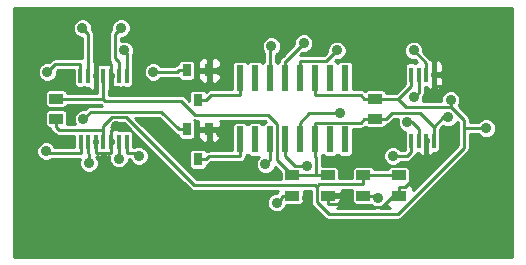
<source format=gtl>
G04 (created by PCBNEW (2013-07-07 BZR 4022)-stable) date 2014-07-07 10:16:25 AM*
%MOIN*%
G04 Gerber Fmt 3.4, Leading zero omitted, Abs format*
%FSLAX34Y34*%
G01*
G70*
G90*
G04 APERTURE LIST*
%ADD10C,0.00590551*%
%ADD11R,0.0118X0.0512*%
%ADD12R,0.0276X0.0394*%
%ADD13R,0.0236X0.0866*%
%ADD14R,0.045X0.032*%
%ADD15C,0.035*%
%ADD16C,0.01*%
G04 APERTURE END LIST*
G54D10*
G54D11*
X34663Y-44367D03*
X34913Y-44367D03*
X35173Y-44367D03*
X35423Y-44367D03*
X35423Y-42167D03*
X35168Y-42167D03*
X34913Y-42167D03*
X34658Y-42167D03*
G54D12*
X27559Y-44988D03*
X27184Y-43988D03*
X27934Y-43988D03*
X27559Y-43019D03*
X27184Y-42019D03*
X27934Y-42019D03*
G54D13*
X28958Y-44330D03*
X29458Y-44330D03*
X29958Y-44330D03*
X30458Y-44330D03*
X30958Y-44330D03*
X31458Y-44330D03*
X31958Y-44330D03*
X32458Y-44330D03*
X32458Y-42284D03*
X31958Y-42284D03*
X31458Y-42284D03*
X30958Y-42284D03*
X30458Y-42284D03*
X29958Y-42284D03*
X29458Y-42284D03*
X28958Y-42284D03*
G54D14*
X33464Y-42972D03*
X33464Y-43642D03*
X31889Y-46201D03*
X31889Y-45531D03*
X34251Y-45531D03*
X34251Y-46201D03*
X33070Y-45531D03*
X33070Y-46201D03*
X30708Y-45531D03*
X30708Y-46201D03*
X22834Y-43642D03*
X22834Y-42972D03*
G54D11*
X23649Y-44407D03*
X23899Y-44407D03*
X24159Y-44407D03*
X24409Y-44407D03*
X24669Y-44407D03*
X24924Y-44407D03*
X25179Y-44407D03*
X25179Y-42207D03*
X24924Y-42207D03*
X24669Y-42207D03*
X24409Y-42207D03*
X24154Y-42207D03*
X23899Y-42207D03*
X23644Y-42207D03*
G54D15*
X35983Y-43019D03*
X37171Y-43957D03*
X35907Y-43593D03*
X31200Y-46299D03*
X27086Y-44822D03*
X28464Y-46338D03*
X33484Y-40610D03*
X31161Y-40629D03*
X28334Y-42044D03*
X32381Y-46491D03*
X24835Y-43894D03*
X24905Y-42721D03*
X28332Y-44118D03*
X34748Y-42932D03*
X25000Y-40609D03*
X25108Y-41365D03*
X30183Y-46440D03*
X33554Y-46287D03*
X23710Y-40620D03*
X32283Y-43453D03*
X31179Y-45224D03*
X29811Y-45157D03*
X26073Y-42076D03*
X23924Y-45122D03*
X22540Y-42083D03*
X22502Y-44724D03*
X32193Y-41365D03*
X24924Y-44972D03*
X25590Y-44881D03*
X34055Y-44881D03*
X34541Y-43761D03*
X34749Y-41365D03*
X30005Y-41220D03*
X31081Y-41121D03*
X23743Y-43654D03*
G54D16*
X24409Y-44407D02*
X24409Y-44020D01*
X24409Y-43881D02*
X24409Y-44020D01*
X24707Y-43583D02*
X24409Y-43881D01*
X25162Y-43583D02*
X24707Y-43583D01*
X27436Y-45857D02*
X25162Y-43583D01*
X31465Y-45857D02*
X27436Y-45857D01*
X31519Y-45911D02*
X31465Y-45857D01*
X33464Y-42972D02*
X33464Y-42972D01*
X33464Y-42972D02*
X33464Y-42972D01*
X33070Y-45821D02*
X33070Y-45531D01*
X31608Y-45821D02*
X33070Y-45821D01*
X31519Y-45911D02*
X31608Y-45821D01*
X22923Y-44020D02*
X24409Y-44020D01*
X22834Y-43932D02*
X22923Y-44020D01*
X22834Y-43642D02*
X22834Y-43932D01*
X22834Y-43642D02*
X22834Y-43642D01*
X33464Y-42972D02*
X33464Y-42972D01*
X33464Y-42972D02*
X33464Y-42972D01*
X33070Y-45531D02*
X34251Y-45531D01*
X33070Y-45531D02*
X33070Y-45531D01*
X34251Y-45531D02*
X34251Y-45531D01*
X31458Y-42847D02*
X31458Y-42284D01*
X32984Y-42847D02*
X31458Y-42847D01*
X33109Y-42972D02*
X32984Y-42847D01*
X33464Y-42972D02*
X33109Y-42972D01*
X31458Y-42284D02*
X31458Y-42284D01*
X31519Y-46403D02*
X31519Y-45911D01*
X31918Y-46802D02*
X31519Y-46403D01*
X34221Y-46802D02*
X31918Y-46802D01*
X34239Y-42972D02*
X34218Y-42972D01*
X34658Y-42553D02*
X34239Y-42972D01*
X34658Y-42167D02*
X34658Y-42553D01*
X34218Y-42972D02*
X33464Y-42972D01*
X35983Y-43245D02*
X35983Y-43019D01*
X34491Y-43245D02*
X34218Y-42972D01*
X35983Y-43245D02*
X34491Y-43245D01*
X36413Y-43957D02*
X37171Y-43957D01*
X36413Y-44610D02*
X36413Y-43957D01*
X34221Y-46802D02*
X36413Y-44610D01*
X35991Y-43245D02*
X35983Y-43245D01*
X36413Y-43668D02*
X35991Y-43245D01*
X36413Y-43957D02*
X36413Y-43668D01*
X31889Y-45531D02*
X31506Y-45531D01*
X24409Y-42207D02*
X24409Y-42972D01*
X31458Y-44893D02*
X31458Y-44330D01*
X31506Y-44940D02*
X31458Y-44893D01*
X31506Y-45531D02*
X31506Y-44940D01*
X24409Y-42972D02*
X22834Y-42972D01*
X22834Y-42972D02*
X22834Y-42972D01*
X30708Y-45531D02*
X30708Y-45531D01*
X30206Y-45029D02*
X30708Y-45531D01*
X30206Y-43826D02*
X30206Y-45029D01*
X29881Y-43501D02*
X30206Y-43826D01*
X27452Y-43501D02*
X29881Y-43501D01*
X26984Y-43033D02*
X27452Y-43501D01*
X24470Y-43033D02*
X26984Y-43033D01*
X24409Y-42972D02*
X24470Y-43033D01*
X30708Y-45531D02*
X31506Y-45531D01*
X31889Y-45531D02*
X31889Y-45531D01*
X33464Y-43642D02*
X33464Y-43642D01*
X33109Y-43642D02*
X33464Y-43642D01*
X32984Y-43766D02*
X33109Y-43642D01*
X31458Y-43766D02*
X32984Y-43766D01*
X31458Y-44330D02*
X31458Y-43766D01*
X35736Y-43593D02*
X35423Y-43906D01*
X35907Y-43593D02*
X35736Y-43593D01*
X34953Y-43436D02*
X35423Y-43906D01*
X34025Y-43436D02*
X34953Y-43436D01*
X33819Y-43642D02*
X34025Y-43436D01*
X33464Y-43642D02*
X33819Y-43642D01*
X35423Y-43906D02*
X35423Y-44367D01*
X28227Y-42044D02*
X28334Y-42044D01*
X28202Y-42019D02*
X28227Y-42044D01*
X27934Y-42019D02*
X28202Y-42019D01*
X24669Y-44793D02*
X24669Y-44407D01*
X24159Y-44793D02*
X24669Y-44793D01*
X24159Y-44407D02*
X24159Y-44793D01*
X31889Y-46491D02*
X31889Y-46201D01*
X32381Y-46491D02*
X31889Y-46491D01*
X24154Y-41820D02*
X24154Y-42207D01*
X24669Y-41820D02*
X24154Y-41820D01*
X24669Y-42207D02*
X24669Y-41820D01*
X24669Y-44020D02*
X24669Y-44407D01*
X24708Y-44020D02*
X24669Y-44020D01*
X24835Y-43894D02*
X24708Y-44020D01*
X34251Y-46201D02*
X34251Y-46201D01*
X34074Y-46201D02*
X34251Y-46201D01*
X33682Y-46592D02*
X34074Y-46201D01*
X32483Y-46592D02*
X33682Y-46592D01*
X32381Y-46491D02*
X32483Y-46592D01*
X35173Y-45207D02*
X35173Y-44367D01*
X34469Y-45911D02*
X35173Y-45207D01*
X34251Y-45911D02*
X34469Y-45911D01*
X34251Y-46201D02*
X34251Y-45911D01*
X24669Y-42593D02*
X24669Y-42207D01*
X24777Y-42593D02*
X24669Y-42593D01*
X24905Y-42721D02*
X24777Y-42593D01*
X28202Y-43988D02*
X27934Y-43988D01*
X28332Y-44118D02*
X28202Y-43988D01*
X35423Y-42553D02*
X35423Y-42167D01*
X35720Y-42553D02*
X35423Y-42553D01*
X34913Y-42768D02*
X34748Y-42932D01*
X34913Y-42167D02*
X34913Y-42768D01*
X24793Y-40816D02*
X25000Y-40609D01*
X24793Y-41605D02*
X24793Y-40816D01*
X24924Y-41736D02*
X24793Y-41605D01*
X24924Y-42207D02*
X24924Y-41736D01*
X25179Y-41436D02*
X25108Y-41365D01*
X25179Y-42207D02*
X25179Y-41436D01*
X30353Y-46201D02*
X30708Y-46201D01*
X30353Y-46270D02*
X30353Y-46201D01*
X30183Y-46440D02*
X30353Y-46270D01*
X30708Y-46201D02*
X30708Y-46201D01*
X33425Y-46201D02*
X33070Y-46201D01*
X33512Y-46287D02*
X33425Y-46201D01*
X33554Y-46287D02*
X33512Y-46287D01*
X33070Y-46201D02*
X33070Y-46201D01*
X23899Y-40809D02*
X23710Y-40620D01*
X23899Y-42207D02*
X23899Y-40809D01*
X31272Y-43453D02*
X32283Y-43453D01*
X30958Y-43766D02*
X31272Y-43453D01*
X30958Y-44329D02*
X30958Y-43766D01*
X30958Y-44329D02*
X30958Y-44330D01*
X30458Y-44893D02*
X30458Y-44330D01*
X30790Y-45224D02*
X30458Y-44893D01*
X31179Y-45224D02*
X30790Y-45224D01*
X30458Y-44330D02*
X30458Y-44329D01*
X29958Y-45010D02*
X29958Y-44330D01*
X29811Y-45157D02*
X29958Y-45010D01*
X29958Y-44330D02*
X29958Y-44329D01*
X26858Y-42076D02*
X26073Y-42076D01*
X26915Y-42019D02*
X26858Y-42076D01*
X27184Y-42019D02*
X26915Y-42019D01*
X23924Y-44817D02*
X23924Y-45122D01*
X23899Y-44793D02*
X23924Y-44817D01*
X23899Y-44407D02*
X23899Y-44793D01*
X22803Y-41820D02*
X22540Y-42083D01*
X23644Y-41820D02*
X22803Y-41820D01*
X23644Y-42207D02*
X23644Y-41820D01*
X22571Y-44793D02*
X22502Y-44724D01*
X23649Y-44793D02*
X22571Y-44793D01*
X23649Y-44407D02*
X23649Y-44793D01*
X30958Y-41720D02*
X30958Y-42284D01*
X31838Y-41720D02*
X30958Y-41720D01*
X32193Y-41365D02*
X31838Y-41720D01*
X30958Y-42284D02*
X30958Y-42284D01*
X24924Y-44972D02*
X24924Y-44407D01*
X25501Y-44793D02*
X25590Y-44881D01*
X25179Y-44793D02*
X25501Y-44793D01*
X25179Y-44407D02*
X25179Y-44793D01*
X28958Y-42847D02*
X28958Y-42284D01*
X27999Y-42847D02*
X28958Y-42847D01*
X27827Y-43019D02*
X27999Y-42847D01*
X27559Y-43019D02*
X27827Y-43019D01*
X28958Y-42284D02*
X28958Y-42284D01*
X34535Y-44881D02*
X34055Y-44881D01*
X34663Y-44753D02*
X34535Y-44881D01*
X34663Y-44367D02*
X34663Y-44753D01*
X28958Y-44893D02*
X28958Y-44330D01*
X27922Y-44893D02*
X28958Y-44893D01*
X27827Y-44988D02*
X27922Y-44893D01*
X27559Y-44988D02*
X27827Y-44988D01*
X28958Y-44330D02*
X28958Y-44329D01*
X34693Y-43761D02*
X34541Y-43761D01*
X34913Y-43981D02*
X34693Y-43761D01*
X34913Y-44367D02*
X34913Y-43981D01*
X35165Y-41781D02*
X34749Y-41365D01*
X35168Y-41781D02*
X35165Y-41781D01*
X35168Y-42167D02*
X35168Y-41781D01*
X29958Y-41267D02*
X29958Y-42284D01*
X30005Y-41220D02*
X29958Y-41267D01*
X29958Y-42284D02*
X29958Y-42284D01*
X30458Y-41720D02*
X30458Y-42284D01*
X30481Y-41720D02*
X30458Y-41720D01*
X31081Y-41121D02*
X30481Y-41720D01*
X30458Y-42284D02*
X30458Y-42284D01*
X23994Y-43403D02*
X23743Y-43654D01*
X26331Y-43403D02*
X23994Y-43403D01*
X26915Y-43988D02*
X26331Y-43403D01*
X27184Y-43988D02*
X26915Y-43988D01*
G54D10*
G36*
X24200Y-44457D02*
X24188Y-44457D01*
X24188Y-44464D01*
X24129Y-44464D01*
X24129Y-44457D01*
X24108Y-44457D01*
X24108Y-44357D01*
X24129Y-44357D01*
X24129Y-44349D01*
X24188Y-44349D01*
X24188Y-44357D01*
X24200Y-44357D01*
X24200Y-44457D01*
X24200Y-44457D01*
G37*
G54D16*
X24200Y-44457D02*
X24188Y-44457D01*
X24188Y-44464D01*
X24129Y-44464D01*
X24129Y-44457D01*
X24108Y-44457D01*
X24108Y-44357D01*
X24129Y-44357D01*
X24129Y-44349D01*
X24188Y-44349D01*
X24188Y-44357D01*
X24200Y-44357D01*
X24200Y-44457D01*
G54D10*
G36*
X24715Y-44457D02*
X24698Y-44457D01*
X24698Y-44464D01*
X24639Y-44464D01*
X24639Y-44457D01*
X24618Y-44457D01*
X24618Y-44357D01*
X24639Y-44357D01*
X24639Y-44349D01*
X24698Y-44349D01*
X24698Y-44357D01*
X24715Y-44357D01*
X24715Y-44457D01*
X24715Y-44457D01*
G37*
G54D16*
X24715Y-44457D02*
X24698Y-44457D01*
X24698Y-44464D01*
X24639Y-44464D01*
X24639Y-44457D01*
X24618Y-44457D01*
X24618Y-44357D01*
X24639Y-44357D01*
X24639Y-44349D01*
X24698Y-44349D01*
X24698Y-44357D01*
X24715Y-44357D01*
X24715Y-44457D01*
G54D10*
G36*
X25317Y-44021D02*
X25268Y-44001D01*
X25208Y-44001D01*
X25090Y-44001D01*
X25051Y-44017D01*
X25013Y-44001D01*
X24953Y-44001D01*
X24932Y-44001D01*
X24869Y-43939D01*
X24777Y-43901D01*
X24761Y-43901D01*
X24719Y-43943D01*
X24719Y-43901D01*
X24672Y-43901D01*
X24789Y-43783D01*
X25080Y-43783D01*
X25317Y-44021D01*
X25317Y-44021D01*
G37*
G54D16*
X25317Y-44021D02*
X25268Y-44001D01*
X25208Y-44001D01*
X25090Y-44001D01*
X25051Y-44017D01*
X25013Y-44001D01*
X24953Y-44001D01*
X24932Y-44001D01*
X24869Y-43939D01*
X24777Y-43901D01*
X24761Y-43901D01*
X24719Y-43943D01*
X24719Y-43901D01*
X24672Y-43901D01*
X24789Y-43783D01*
X25080Y-43783D01*
X25317Y-44021D01*
G54D10*
G36*
X30333Y-45657D02*
X27518Y-45657D01*
X25465Y-43603D01*
X26248Y-43603D01*
X26774Y-44129D01*
X26774Y-44129D01*
X26839Y-44172D01*
X26896Y-44184D01*
X26896Y-44214D01*
X26918Y-44270D01*
X26960Y-44312D01*
X27016Y-44335D01*
X27075Y-44335D01*
X27351Y-44335D01*
X27406Y-44312D01*
X27449Y-44270D01*
X27472Y-44215D01*
X27472Y-44155D01*
X27472Y-43761D01*
X27449Y-43706D01*
X27442Y-43699D01*
X27452Y-43701D01*
X27562Y-43701D01*
X27546Y-43741D01*
X27546Y-43840D01*
X27546Y-43875D01*
X27608Y-43938D01*
X27884Y-43938D01*
X27884Y-43930D01*
X27984Y-43930D01*
X27984Y-43938D01*
X28259Y-43938D01*
X28322Y-43875D01*
X28322Y-43840D01*
X28322Y-43741D01*
X28305Y-43701D01*
X29798Y-43701D01*
X29844Y-43747D01*
X29810Y-43747D01*
X29755Y-43769D01*
X29713Y-43812D01*
X29708Y-43823D01*
X29703Y-43812D01*
X29661Y-43769D01*
X29606Y-43747D01*
X29546Y-43747D01*
X29310Y-43747D01*
X29255Y-43769D01*
X29213Y-43812D01*
X29208Y-43823D01*
X29203Y-43812D01*
X29161Y-43769D01*
X29106Y-43747D01*
X29046Y-43747D01*
X28810Y-43747D01*
X28755Y-43769D01*
X28713Y-43812D01*
X28690Y-43867D01*
X28690Y-43926D01*
X28690Y-44693D01*
X28322Y-44693D01*
X28322Y-44135D01*
X28322Y-44100D01*
X28259Y-44038D01*
X27984Y-44038D01*
X27984Y-44372D01*
X28046Y-44435D01*
X28121Y-44435D01*
X28213Y-44397D01*
X28283Y-44326D01*
X28322Y-44235D01*
X28322Y-44135D01*
X28322Y-44693D01*
X27922Y-44693D01*
X27922Y-44693D01*
X27884Y-44700D01*
X27884Y-44372D01*
X27884Y-44038D01*
X27608Y-44038D01*
X27546Y-44100D01*
X27546Y-44135D01*
X27546Y-44235D01*
X27584Y-44326D01*
X27654Y-44397D01*
X27746Y-44435D01*
X27821Y-44435D01*
X27884Y-44372D01*
X27884Y-44700D01*
X27845Y-44708D01*
X27829Y-44719D01*
X27824Y-44706D01*
X27782Y-44664D01*
X27727Y-44641D01*
X27667Y-44641D01*
X27391Y-44641D01*
X27336Y-44663D01*
X27293Y-44706D01*
X27271Y-44761D01*
X27271Y-44820D01*
X27271Y-45214D01*
X27293Y-45270D01*
X27335Y-45312D01*
X27391Y-45335D01*
X27450Y-45335D01*
X27726Y-45335D01*
X27781Y-45312D01*
X27824Y-45270D01*
X27847Y-45215D01*
X27847Y-45184D01*
X27903Y-45172D01*
X27968Y-45129D01*
X28004Y-45093D01*
X28958Y-45093D01*
X29035Y-45078D01*
X29100Y-45034D01*
X29143Y-44969D01*
X29158Y-44893D01*
X29158Y-44891D01*
X29161Y-44890D01*
X29203Y-44848D01*
X29208Y-44836D01*
X29213Y-44847D01*
X29255Y-44890D01*
X29310Y-44913D01*
X29370Y-44913D01*
X29596Y-44913D01*
X29536Y-44973D01*
X29486Y-45092D01*
X29486Y-45222D01*
X29535Y-45341D01*
X29627Y-45433D01*
X29746Y-45482D01*
X29875Y-45482D01*
X29995Y-45433D01*
X30086Y-45342D01*
X30130Y-45236D01*
X30333Y-45438D01*
X30333Y-45657D01*
X30333Y-45657D01*
G37*
G54D16*
X30333Y-45657D02*
X27518Y-45657D01*
X25465Y-43603D01*
X26248Y-43603D01*
X26774Y-44129D01*
X26774Y-44129D01*
X26839Y-44172D01*
X26896Y-44184D01*
X26896Y-44214D01*
X26918Y-44270D01*
X26960Y-44312D01*
X27016Y-44335D01*
X27075Y-44335D01*
X27351Y-44335D01*
X27406Y-44312D01*
X27449Y-44270D01*
X27472Y-44215D01*
X27472Y-44155D01*
X27472Y-43761D01*
X27449Y-43706D01*
X27442Y-43699D01*
X27452Y-43701D01*
X27562Y-43701D01*
X27546Y-43741D01*
X27546Y-43840D01*
X27546Y-43875D01*
X27608Y-43938D01*
X27884Y-43938D01*
X27884Y-43930D01*
X27984Y-43930D01*
X27984Y-43938D01*
X28259Y-43938D01*
X28322Y-43875D01*
X28322Y-43840D01*
X28322Y-43741D01*
X28305Y-43701D01*
X29798Y-43701D01*
X29844Y-43747D01*
X29810Y-43747D01*
X29755Y-43769D01*
X29713Y-43812D01*
X29708Y-43823D01*
X29703Y-43812D01*
X29661Y-43769D01*
X29606Y-43747D01*
X29546Y-43747D01*
X29310Y-43747D01*
X29255Y-43769D01*
X29213Y-43812D01*
X29208Y-43823D01*
X29203Y-43812D01*
X29161Y-43769D01*
X29106Y-43747D01*
X29046Y-43747D01*
X28810Y-43747D01*
X28755Y-43769D01*
X28713Y-43812D01*
X28690Y-43867D01*
X28690Y-43926D01*
X28690Y-44693D01*
X28322Y-44693D01*
X28322Y-44135D01*
X28322Y-44100D01*
X28259Y-44038D01*
X27984Y-44038D01*
X27984Y-44372D01*
X28046Y-44435D01*
X28121Y-44435D01*
X28213Y-44397D01*
X28283Y-44326D01*
X28322Y-44235D01*
X28322Y-44135D01*
X28322Y-44693D01*
X27922Y-44693D01*
X27922Y-44693D01*
X27884Y-44700D01*
X27884Y-44372D01*
X27884Y-44038D01*
X27608Y-44038D01*
X27546Y-44100D01*
X27546Y-44135D01*
X27546Y-44235D01*
X27584Y-44326D01*
X27654Y-44397D01*
X27746Y-44435D01*
X27821Y-44435D01*
X27884Y-44372D01*
X27884Y-44700D01*
X27845Y-44708D01*
X27829Y-44719D01*
X27824Y-44706D01*
X27782Y-44664D01*
X27727Y-44641D01*
X27667Y-44641D01*
X27391Y-44641D01*
X27336Y-44663D01*
X27293Y-44706D01*
X27271Y-44761D01*
X27271Y-44820D01*
X27271Y-45214D01*
X27293Y-45270D01*
X27335Y-45312D01*
X27391Y-45335D01*
X27450Y-45335D01*
X27726Y-45335D01*
X27781Y-45312D01*
X27824Y-45270D01*
X27847Y-45215D01*
X27847Y-45184D01*
X27903Y-45172D01*
X27968Y-45129D01*
X28004Y-45093D01*
X28958Y-45093D01*
X29035Y-45078D01*
X29100Y-45034D01*
X29143Y-44969D01*
X29158Y-44893D01*
X29158Y-44891D01*
X29161Y-44890D01*
X29203Y-44848D01*
X29208Y-44836D01*
X29213Y-44847D01*
X29255Y-44890D01*
X29310Y-44913D01*
X29370Y-44913D01*
X29596Y-44913D01*
X29536Y-44973D01*
X29486Y-45092D01*
X29486Y-45222D01*
X29535Y-45341D01*
X29627Y-45433D01*
X29746Y-45482D01*
X29875Y-45482D01*
X29995Y-45433D01*
X30086Y-45342D01*
X30130Y-45236D01*
X30333Y-45438D01*
X30333Y-45657D01*
G54D10*
G36*
X33464Y-46602D02*
X32185Y-46602D01*
X32256Y-46572D01*
X32326Y-46502D01*
X32364Y-46410D01*
X32364Y-46313D01*
X32302Y-46251D01*
X31939Y-46251D01*
X31939Y-46259D01*
X31839Y-46259D01*
X31839Y-46251D01*
X31831Y-46251D01*
X31831Y-46151D01*
X31839Y-46151D01*
X31839Y-46143D01*
X31939Y-46143D01*
X31939Y-46151D01*
X32302Y-46151D01*
X32364Y-46088D01*
X32364Y-46021D01*
X32695Y-46021D01*
X32695Y-46070D01*
X32695Y-46390D01*
X32718Y-46445D01*
X32760Y-46488D01*
X32815Y-46511D01*
X32875Y-46511D01*
X33318Y-46511D01*
X33370Y-46563D01*
X33464Y-46602D01*
X33464Y-46602D01*
G37*
G54D16*
X33464Y-46602D02*
X32185Y-46602D01*
X32256Y-46572D01*
X32326Y-46502D01*
X32364Y-46410D01*
X32364Y-46313D01*
X32302Y-46251D01*
X31939Y-46251D01*
X31939Y-46259D01*
X31839Y-46259D01*
X31839Y-46251D01*
X31831Y-46251D01*
X31831Y-46151D01*
X31839Y-46151D01*
X31839Y-46143D01*
X31939Y-46143D01*
X31939Y-46151D01*
X32302Y-46151D01*
X32364Y-46088D01*
X32364Y-46021D01*
X32695Y-46021D01*
X32695Y-46070D01*
X32695Y-46390D01*
X32718Y-46445D01*
X32760Y-46488D01*
X32815Y-46511D01*
X32875Y-46511D01*
X33318Y-46511D01*
X33370Y-46563D01*
X33464Y-46602D01*
G54D10*
G36*
X33955Y-46602D02*
X33644Y-46602D01*
X33738Y-46563D01*
X33810Y-46491D01*
X33814Y-46502D01*
X33885Y-46572D01*
X33955Y-46602D01*
X33955Y-46602D01*
G37*
G54D16*
X33955Y-46602D02*
X33644Y-46602D01*
X33738Y-46563D01*
X33810Y-46491D01*
X33814Y-46502D01*
X33885Y-46572D01*
X33955Y-46602D01*
G54D10*
G36*
X34309Y-46251D02*
X34301Y-46251D01*
X34301Y-46259D01*
X34201Y-46259D01*
X34201Y-46251D01*
X34194Y-46251D01*
X34194Y-46151D01*
X34201Y-46151D01*
X34201Y-46143D01*
X34301Y-46143D01*
X34301Y-46151D01*
X34309Y-46151D01*
X34309Y-46251D01*
X34309Y-46251D01*
G37*
G54D16*
X34309Y-46251D02*
X34301Y-46251D01*
X34301Y-46259D01*
X34201Y-46259D01*
X34201Y-46251D01*
X34194Y-46251D01*
X34194Y-46151D01*
X34201Y-46151D01*
X34201Y-46143D01*
X34301Y-46143D01*
X34301Y-46151D01*
X34309Y-46151D01*
X34309Y-46251D01*
G54D10*
G36*
X36213Y-44527D02*
X34727Y-46014D01*
X34727Y-45991D01*
X34689Y-45899D01*
X34618Y-45829D01*
X34570Y-45809D01*
X34604Y-45776D01*
X34626Y-45721D01*
X34626Y-45661D01*
X34626Y-45341D01*
X34604Y-45286D01*
X34562Y-45244D01*
X34506Y-45221D01*
X34447Y-45221D01*
X33997Y-45221D01*
X33942Y-45243D01*
X33899Y-45286D01*
X33881Y-45331D01*
X33441Y-45331D01*
X33423Y-45286D01*
X33380Y-45244D01*
X33325Y-45221D01*
X33266Y-45221D01*
X32816Y-45221D01*
X32761Y-45243D01*
X32718Y-45286D01*
X32695Y-45341D01*
X32695Y-45400D01*
X32695Y-45621D01*
X32264Y-45621D01*
X32264Y-45341D01*
X32242Y-45286D01*
X32199Y-45244D01*
X32144Y-45221D01*
X32085Y-45221D01*
X31706Y-45221D01*
X31706Y-44940D01*
X31706Y-44940D01*
X31691Y-44864D01*
X31691Y-44864D01*
X31689Y-44862D01*
X31689Y-44862D01*
X31703Y-44848D01*
X31708Y-44836D01*
X31713Y-44847D01*
X31755Y-44890D01*
X31810Y-44913D01*
X31870Y-44913D01*
X32106Y-44913D01*
X32161Y-44890D01*
X32203Y-44848D01*
X32208Y-44836D01*
X32213Y-44847D01*
X32255Y-44890D01*
X32310Y-44913D01*
X32370Y-44913D01*
X32606Y-44913D01*
X32661Y-44890D01*
X32703Y-44848D01*
X32726Y-44793D01*
X32726Y-44733D01*
X32726Y-43966D01*
X32984Y-43966D01*
X33061Y-43951D01*
X33125Y-43908D01*
X33129Y-43904D01*
X33154Y-43929D01*
X33209Y-43952D01*
X33269Y-43952D01*
X33719Y-43952D01*
X33774Y-43929D01*
X33816Y-43887D01*
X33836Y-43838D01*
X33896Y-43826D01*
X33961Y-43783D01*
X34108Y-43636D01*
X34241Y-43636D01*
X34216Y-43696D01*
X34216Y-43826D01*
X34265Y-43945D01*
X34356Y-44037D01*
X34455Y-44078D01*
X34454Y-44081D01*
X34454Y-44141D01*
X34454Y-44653D01*
X34461Y-44672D01*
X34452Y-44681D01*
X34314Y-44681D01*
X34239Y-44606D01*
X34120Y-44556D01*
X33990Y-44556D01*
X33871Y-44606D01*
X33779Y-44697D01*
X33730Y-44816D01*
X33730Y-44946D01*
X33779Y-45065D01*
X33870Y-45157D01*
X33990Y-45206D01*
X34119Y-45206D01*
X34238Y-45157D01*
X34314Y-45081D01*
X34535Y-45081D01*
X34611Y-45066D01*
X34676Y-45023D01*
X34804Y-44895D01*
X34804Y-44895D01*
X34848Y-44830D01*
X34859Y-44773D01*
X34883Y-44773D01*
X34910Y-44773D01*
X34972Y-44835D01*
X35064Y-44873D01*
X35081Y-44873D01*
X35143Y-44811D01*
X35143Y-44417D01*
X35122Y-44417D01*
X35122Y-44317D01*
X35143Y-44317D01*
X35143Y-44309D01*
X35202Y-44309D01*
X35202Y-44317D01*
X35214Y-44317D01*
X35214Y-44417D01*
X35202Y-44417D01*
X35202Y-44811D01*
X35265Y-44873D01*
X35281Y-44873D01*
X35373Y-44835D01*
X35435Y-44773D01*
X35511Y-44773D01*
X35567Y-44750D01*
X35609Y-44708D01*
X35632Y-44653D01*
X35632Y-44594D01*
X35632Y-44082D01*
X35623Y-44060D01*
X35623Y-43989D01*
X35737Y-43874D01*
X35842Y-43918D01*
X35971Y-43918D01*
X36091Y-43869D01*
X36182Y-43777D01*
X36199Y-43736D01*
X36213Y-43750D01*
X36213Y-43957D01*
X36213Y-44527D01*
X36213Y-44527D01*
G37*
G54D16*
X36213Y-44527D02*
X34727Y-46014D01*
X34727Y-45991D01*
X34689Y-45899D01*
X34618Y-45829D01*
X34570Y-45809D01*
X34604Y-45776D01*
X34626Y-45721D01*
X34626Y-45661D01*
X34626Y-45341D01*
X34604Y-45286D01*
X34562Y-45244D01*
X34506Y-45221D01*
X34447Y-45221D01*
X33997Y-45221D01*
X33942Y-45243D01*
X33899Y-45286D01*
X33881Y-45331D01*
X33441Y-45331D01*
X33423Y-45286D01*
X33380Y-45244D01*
X33325Y-45221D01*
X33266Y-45221D01*
X32816Y-45221D01*
X32761Y-45243D01*
X32718Y-45286D01*
X32695Y-45341D01*
X32695Y-45400D01*
X32695Y-45621D01*
X32264Y-45621D01*
X32264Y-45341D01*
X32242Y-45286D01*
X32199Y-45244D01*
X32144Y-45221D01*
X32085Y-45221D01*
X31706Y-45221D01*
X31706Y-44940D01*
X31706Y-44940D01*
X31691Y-44864D01*
X31691Y-44864D01*
X31689Y-44862D01*
X31689Y-44862D01*
X31703Y-44848D01*
X31708Y-44836D01*
X31713Y-44847D01*
X31755Y-44890D01*
X31810Y-44913D01*
X31870Y-44913D01*
X32106Y-44913D01*
X32161Y-44890D01*
X32203Y-44848D01*
X32208Y-44836D01*
X32213Y-44847D01*
X32255Y-44890D01*
X32310Y-44913D01*
X32370Y-44913D01*
X32606Y-44913D01*
X32661Y-44890D01*
X32703Y-44848D01*
X32726Y-44793D01*
X32726Y-44733D01*
X32726Y-43966D01*
X32984Y-43966D01*
X33061Y-43951D01*
X33125Y-43908D01*
X33129Y-43904D01*
X33154Y-43929D01*
X33209Y-43952D01*
X33269Y-43952D01*
X33719Y-43952D01*
X33774Y-43929D01*
X33816Y-43887D01*
X33836Y-43838D01*
X33896Y-43826D01*
X33961Y-43783D01*
X34108Y-43636D01*
X34241Y-43636D01*
X34216Y-43696D01*
X34216Y-43826D01*
X34265Y-43945D01*
X34356Y-44037D01*
X34455Y-44078D01*
X34454Y-44081D01*
X34454Y-44141D01*
X34454Y-44653D01*
X34461Y-44672D01*
X34452Y-44681D01*
X34314Y-44681D01*
X34239Y-44606D01*
X34120Y-44556D01*
X33990Y-44556D01*
X33871Y-44606D01*
X33779Y-44697D01*
X33730Y-44816D01*
X33730Y-44946D01*
X33779Y-45065D01*
X33870Y-45157D01*
X33990Y-45206D01*
X34119Y-45206D01*
X34238Y-45157D01*
X34314Y-45081D01*
X34535Y-45081D01*
X34611Y-45066D01*
X34676Y-45023D01*
X34804Y-44895D01*
X34804Y-44895D01*
X34848Y-44830D01*
X34859Y-44773D01*
X34883Y-44773D01*
X34910Y-44773D01*
X34972Y-44835D01*
X35064Y-44873D01*
X35081Y-44873D01*
X35143Y-44811D01*
X35143Y-44417D01*
X35122Y-44417D01*
X35122Y-44317D01*
X35143Y-44317D01*
X35143Y-44309D01*
X35202Y-44309D01*
X35202Y-44317D01*
X35214Y-44317D01*
X35214Y-44417D01*
X35202Y-44417D01*
X35202Y-44811D01*
X35265Y-44873D01*
X35281Y-44873D01*
X35373Y-44835D01*
X35435Y-44773D01*
X35511Y-44773D01*
X35567Y-44750D01*
X35609Y-44708D01*
X35632Y-44653D01*
X35632Y-44594D01*
X35632Y-44082D01*
X35623Y-44060D01*
X35623Y-43989D01*
X35737Y-43874D01*
X35842Y-43918D01*
X35971Y-43918D01*
X36091Y-43869D01*
X36182Y-43777D01*
X36199Y-43736D01*
X36213Y-43750D01*
X36213Y-43957D01*
X36213Y-44527D01*
G54D10*
G36*
X38019Y-48255D02*
X37496Y-48255D01*
X37496Y-43893D01*
X37447Y-43773D01*
X37355Y-43682D01*
X37236Y-43632D01*
X37107Y-43632D01*
X36987Y-43681D01*
X36911Y-43757D01*
X36613Y-43757D01*
X36613Y-43668D01*
X36598Y-43591D01*
X36598Y-43591D01*
X36584Y-43570D01*
X36555Y-43526D01*
X36555Y-43526D01*
X36245Y-43216D01*
X36258Y-43203D01*
X36308Y-43084D01*
X36308Y-42954D01*
X36258Y-42835D01*
X36167Y-42743D01*
X36048Y-42694D01*
X35918Y-42694D01*
X35799Y-42743D01*
X35732Y-42810D01*
X35732Y-42374D01*
X35732Y-41961D01*
X35732Y-41861D01*
X35694Y-41769D01*
X35623Y-41699D01*
X35531Y-41661D01*
X35515Y-41661D01*
X35452Y-41724D01*
X35452Y-42117D01*
X35669Y-42117D01*
X35732Y-42055D01*
X35732Y-41961D01*
X35732Y-42374D01*
X35732Y-42280D01*
X35669Y-42217D01*
X35452Y-42217D01*
X35452Y-42611D01*
X35515Y-42673D01*
X35531Y-42673D01*
X35623Y-42635D01*
X35694Y-42565D01*
X35732Y-42473D01*
X35732Y-42374D01*
X35732Y-42810D01*
X35707Y-42834D01*
X35658Y-42954D01*
X35658Y-43045D01*
X35053Y-43045D01*
X35073Y-42997D01*
X35073Y-42881D01*
X35098Y-42844D01*
X35113Y-42768D01*
X35113Y-42573D01*
X35138Y-42573D01*
X35160Y-42573D01*
X35222Y-42635D01*
X35314Y-42673D01*
X35331Y-42673D01*
X35393Y-42611D01*
X35393Y-42217D01*
X35377Y-42217D01*
X35377Y-42117D01*
X35393Y-42117D01*
X35393Y-41724D01*
X35331Y-41661D01*
X35324Y-41661D01*
X35309Y-41640D01*
X35301Y-41634D01*
X35074Y-41407D01*
X35074Y-41301D01*
X35025Y-41181D01*
X34934Y-41090D01*
X34814Y-41040D01*
X34685Y-41040D01*
X34565Y-41090D01*
X34474Y-41181D01*
X34424Y-41300D01*
X34424Y-41430D01*
X34474Y-41549D01*
X34565Y-41641D01*
X34684Y-41690D01*
X34792Y-41690D01*
X34862Y-41761D01*
X34824Y-41761D01*
X34785Y-41777D01*
X34747Y-41761D01*
X34687Y-41761D01*
X34569Y-41761D01*
X34514Y-41784D01*
X34472Y-41826D01*
X34449Y-41881D01*
X34449Y-41941D01*
X34449Y-42453D01*
X34456Y-42472D01*
X34157Y-42772D01*
X33835Y-42772D01*
X33816Y-42727D01*
X33774Y-42684D01*
X33719Y-42662D01*
X33659Y-42662D01*
X33209Y-42662D01*
X33154Y-42684D01*
X33129Y-42709D01*
X33125Y-42705D01*
X33061Y-42662D01*
X32984Y-42647D01*
X32726Y-42647D01*
X32726Y-41821D01*
X32703Y-41766D01*
X32661Y-41723D01*
X32606Y-41701D01*
X32546Y-41701D01*
X32310Y-41701D01*
X32255Y-41723D01*
X32213Y-41766D01*
X32208Y-41777D01*
X32203Y-41766D01*
X32161Y-41723D01*
X32130Y-41711D01*
X32151Y-41690D01*
X32257Y-41690D01*
X32377Y-41641D01*
X32468Y-41550D01*
X32518Y-41430D01*
X32518Y-41301D01*
X32469Y-41181D01*
X32377Y-41090D01*
X32258Y-41040D01*
X32129Y-41040D01*
X32009Y-41090D01*
X31918Y-41181D01*
X31868Y-41300D01*
X31868Y-41407D01*
X31755Y-41520D01*
X30964Y-41520D01*
X31038Y-41446D01*
X31145Y-41446D01*
X31264Y-41396D01*
X31356Y-41305D01*
X31405Y-41186D01*
X31406Y-41056D01*
X31356Y-40937D01*
X31265Y-40845D01*
X31145Y-40796D01*
X31016Y-40796D01*
X30897Y-40845D01*
X30805Y-40936D01*
X30756Y-41056D01*
X30755Y-41163D01*
X30383Y-41535D01*
X30382Y-41536D01*
X30317Y-41579D01*
X30273Y-41644D01*
X30258Y-41720D01*
X30258Y-41722D01*
X30255Y-41723D01*
X30213Y-41766D01*
X30208Y-41777D01*
X30203Y-41766D01*
X30161Y-41723D01*
X30158Y-41722D01*
X30158Y-41509D01*
X30189Y-41496D01*
X30280Y-41405D01*
X30330Y-41285D01*
X30330Y-41156D01*
X30281Y-41037D01*
X30189Y-40945D01*
X30070Y-40895D01*
X29941Y-40895D01*
X29821Y-40945D01*
X29730Y-41036D01*
X29680Y-41155D01*
X29680Y-41285D01*
X29729Y-41404D01*
X29758Y-41433D01*
X29758Y-41722D01*
X29755Y-41723D01*
X29713Y-41766D01*
X29708Y-41777D01*
X29703Y-41766D01*
X29661Y-41723D01*
X29606Y-41701D01*
X29546Y-41701D01*
X29310Y-41701D01*
X29255Y-41723D01*
X29213Y-41766D01*
X29208Y-41777D01*
X29203Y-41766D01*
X29161Y-41723D01*
X29106Y-41701D01*
X29046Y-41701D01*
X28810Y-41701D01*
X28755Y-41723D01*
X28713Y-41766D01*
X28690Y-41821D01*
X28690Y-41880D01*
X28690Y-42647D01*
X28322Y-42647D01*
X28322Y-42167D01*
X28322Y-41872D01*
X28322Y-41772D01*
X28283Y-41680D01*
X28213Y-41610D01*
X28121Y-41572D01*
X28046Y-41572D01*
X27984Y-41635D01*
X27984Y-41969D01*
X28259Y-41969D01*
X28322Y-41907D01*
X28322Y-41872D01*
X28322Y-42167D01*
X28322Y-42132D01*
X28259Y-42069D01*
X27984Y-42069D01*
X27984Y-42404D01*
X28046Y-42466D01*
X28121Y-42466D01*
X28213Y-42428D01*
X28283Y-42358D01*
X28322Y-42266D01*
X28322Y-42167D01*
X28322Y-42647D01*
X27999Y-42647D01*
X27999Y-42647D01*
X27923Y-42662D01*
X27884Y-42688D01*
X27884Y-42404D01*
X27884Y-42069D01*
X27884Y-41969D01*
X27884Y-41635D01*
X27821Y-41572D01*
X27746Y-41572D01*
X27654Y-41610D01*
X27584Y-41680D01*
X27546Y-41772D01*
X27546Y-41872D01*
X27546Y-41907D01*
X27608Y-41969D01*
X27884Y-41969D01*
X27884Y-42069D01*
X27608Y-42069D01*
X27546Y-42132D01*
X27546Y-42167D01*
X27546Y-42266D01*
X27584Y-42358D01*
X27654Y-42428D01*
X27746Y-42466D01*
X27821Y-42466D01*
X27884Y-42404D01*
X27884Y-42688D01*
X27858Y-42705D01*
X27824Y-42739D01*
X27824Y-42737D01*
X27782Y-42695D01*
X27727Y-42672D01*
X27667Y-42672D01*
X27472Y-42672D01*
X27472Y-42186D01*
X27472Y-41792D01*
X27449Y-41737D01*
X27407Y-41695D01*
X27352Y-41672D01*
X27292Y-41672D01*
X27016Y-41672D01*
X26961Y-41695D01*
X26918Y-41737D01*
X26896Y-41792D01*
X26896Y-41823D01*
X26839Y-41834D01*
X26776Y-41876D01*
X26332Y-41876D01*
X26257Y-41801D01*
X26137Y-41751D01*
X26008Y-41751D01*
X25889Y-41801D01*
X25797Y-41892D01*
X25748Y-42011D01*
X25747Y-42141D01*
X25797Y-42260D01*
X25888Y-42352D01*
X26008Y-42401D01*
X26137Y-42401D01*
X26256Y-42352D01*
X26332Y-42276D01*
X26858Y-42276D01*
X26904Y-42267D01*
X26918Y-42301D01*
X26960Y-42343D01*
X27016Y-42366D01*
X27075Y-42366D01*
X27351Y-42366D01*
X27406Y-42343D01*
X27449Y-42301D01*
X27472Y-42246D01*
X27472Y-42186D01*
X27472Y-42672D01*
X27391Y-42672D01*
X27336Y-42695D01*
X27293Y-42737D01*
X27271Y-42792D01*
X27271Y-42852D01*
X27271Y-43037D01*
X27125Y-42892D01*
X27060Y-42848D01*
X26984Y-42833D01*
X25433Y-42833D01*
X24609Y-42833D01*
X24609Y-42681D01*
X24639Y-42650D01*
X24639Y-42257D01*
X24618Y-42257D01*
X24618Y-42157D01*
X24639Y-42157D01*
X24639Y-42149D01*
X24698Y-42149D01*
X24698Y-42157D01*
X24715Y-42157D01*
X24715Y-42257D01*
X24698Y-42257D01*
X24698Y-42650D01*
X24761Y-42713D01*
X24777Y-42713D01*
X24869Y-42675D01*
X24932Y-42613D01*
X25013Y-42613D01*
X25051Y-42597D01*
X25090Y-42613D01*
X25150Y-42613D01*
X25268Y-42613D01*
X25323Y-42590D01*
X25365Y-42548D01*
X25388Y-42493D01*
X25388Y-42433D01*
X25388Y-41921D01*
X25379Y-41899D01*
X25379Y-41554D01*
X25384Y-41550D01*
X25433Y-41430D01*
X25433Y-41301D01*
X25384Y-41181D01*
X25293Y-41090D01*
X25173Y-41040D01*
X25044Y-41040D01*
X24993Y-41061D01*
X24993Y-40934D01*
X25064Y-40934D01*
X25183Y-40885D01*
X25275Y-40794D01*
X25324Y-40674D01*
X25325Y-40545D01*
X25275Y-40425D01*
X25184Y-40334D01*
X25064Y-40284D01*
X24935Y-40284D01*
X24816Y-40334D01*
X24724Y-40425D01*
X24675Y-40544D01*
X24674Y-40651D01*
X24651Y-40675D01*
X24608Y-40739D01*
X24593Y-40816D01*
X24593Y-41605D01*
X24593Y-41605D01*
X24593Y-41605D01*
X24600Y-41643D01*
X24608Y-41682D01*
X24608Y-41682D01*
X24608Y-41682D01*
X24620Y-41701D01*
X24619Y-41701D01*
X24619Y-41743D01*
X24577Y-41701D01*
X24560Y-41701D01*
X24469Y-41739D01*
X24411Y-41795D01*
X24354Y-41739D01*
X24262Y-41701D01*
X24246Y-41701D01*
X24183Y-41763D01*
X24183Y-42157D01*
X24200Y-42157D01*
X24200Y-42257D01*
X24183Y-42257D01*
X24183Y-42650D01*
X24209Y-42676D01*
X24209Y-42772D01*
X24124Y-42772D01*
X24124Y-42650D01*
X24124Y-42257D01*
X24108Y-42257D01*
X24108Y-42157D01*
X24124Y-42157D01*
X24124Y-41763D01*
X24099Y-41738D01*
X24099Y-40809D01*
X24099Y-40809D01*
X24084Y-40732D01*
X24084Y-40732D01*
X24069Y-40711D01*
X24040Y-40668D01*
X24040Y-40668D01*
X24035Y-40662D01*
X24035Y-40555D01*
X23985Y-40436D01*
X23894Y-40344D01*
X23775Y-40295D01*
X23645Y-40295D01*
X23526Y-40344D01*
X23434Y-40435D01*
X23385Y-40555D01*
X23385Y-40684D01*
X23434Y-40803D01*
X23525Y-40895D01*
X23645Y-40945D01*
X23699Y-40945D01*
X23699Y-41631D01*
X23644Y-41620D01*
X22803Y-41620D01*
X22726Y-41636D01*
X22661Y-41679D01*
X22661Y-41679D01*
X22582Y-41758D01*
X22476Y-41758D01*
X22356Y-41807D01*
X22265Y-41899D01*
X22215Y-42018D01*
X22215Y-42147D01*
X22265Y-42267D01*
X22356Y-42358D01*
X22475Y-42408D01*
X22605Y-42408D01*
X22724Y-42359D01*
X22816Y-42267D01*
X22865Y-42148D01*
X22865Y-42041D01*
X22886Y-42020D01*
X23435Y-42020D01*
X23435Y-42492D01*
X23458Y-42547D01*
X23500Y-42590D01*
X23555Y-42613D01*
X23615Y-42613D01*
X23733Y-42613D01*
X23771Y-42597D01*
X23810Y-42613D01*
X23870Y-42613D01*
X23891Y-42613D01*
X23954Y-42675D01*
X24045Y-42713D01*
X24062Y-42713D01*
X24124Y-42650D01*
X24124Y-42772D01*
X23205Y-42772D01*
X23186Y-42727D01*
X23144Y-42684D01*
X23089Y-42662D01*
X23029Y-42662D01*
X22579Y-42662D01*
X22524Y-42684D01*
X22482Y-42727D01*
X22459Y-42782D01*
X22459Y-42841D01*
X22459Y-43161D01*
X22482Y-43216D01*
X22524Y-43259D01*
X22579Y-43282D01*
X22639Y-43282D01*
X23089Y-43282D01*
X23144Y-43259D01*
X23186Y-43217D01*
X23205Y-43172D01*
X24326Y-43172D01*
X24329Y-43174D01*
X24329Y-43174D01*
X24329Y-43175D01*
X24329Y-43175D01*
X24330Y-43175D01*
X24372Y-43203D01*
X23994Y-43203D01*
X23917Y-43218D01*
X23852Y-43262D01*
X23852Y-43262D01*
X23785Y-43329D01*
X23679Y-43329D01*
X23559Y-43378D01*
X23468Y-43469D01*
X23418Y-43589D01*
X23418Y-43718D01*
X23460Y-43820D01*
X23209Y-43820D01*
X23209Y-43772D01*
X23209Y-43452D01*
X23186Y-43397D01*
X23144Y-43354D01*
X23089Y-43332D01*
X23029Y-43332D01*
X22579Y-43332D01*
X22524Y-43354D01*
X22482Y-43397D01*
X22459Y-43452D01*
X22459Y-43511D01*
X22459Y-43831D01*
X22482Y-43886D01*
X22524Y-43929D01*
X22579Y-43952D01*
X22638Y-43952D01*
X22642Y-43970D01*
X22649Y-44008D01*
X22649Y-44008D01*
X22650Y-44009D01*
X22671Y-44041D01*
X22693Y-44073D01*
X22693Y-44073D01*
X22693Y-44073D01*
X22781Y-44161D01*
X22782Y-44162D01*
X22846Y-44205D01*
X22847Y-44205D01*
X22847Y-44205D01*
X22847Y-44205D01*
X22923Y-44220D01*
X23440Y-44220D01*
X23440Y-44593D01*
X22800Y-44593D01*
X22778Y-44540D01*
X22686Y-44448D01*
X22567Y-44399D01*
X22438Y-44398D01*
X22318Y-44448D01*
X22227Y-44539D01*
X22177Y-44659D01*
X22177Y-44788D01*
X22226Y-44907D01*
X22318Y-44999D01*
X22437Y-45048D01*
X22566Y-45049D01*
X22686Y-44999D01*
X22692Y-44993D01*
X23625Y-44993D01*
X23599Y-45057D01*
X23599Y-45186D01*
X23648Y-45306D01*
X23739Y-45397D01*
X23859Y-45447D01*
X23988Y-45447D01*
X24107Y-45398D01*
X24199Y-45306D01*
X24249Y-45187D01*
X24249Y-45058D01*
X24199Y-44938D01*
X24174Y-44913D01*
X24209Y-44913D01*
X24209Y-44871D01*
X24251Y-44913D01*
X24267Y-44913D01*
X24359Y-44875D01*
X24414Y-44820D01*
X24469Y-44875D01*
X24560Y-44913D01*
X24577Y-44913D01*
X24611Y-44879D01*
X24599Y-44907D01*
X24599Y-45037D01*
X24648Y-45156D01*
X24740Y-45248D01*
X24859Y-45297D01*
X24988Y-45297D01*
X25108Y-45248D01*
X25199Y-45157D01*
X25249Y-45037D01*
X25249Y-44993D01*
X25284Y-44993D01*
X25314Y-45065D01*
X25406Y-45157D01*
X25525Y-45206D01*
X25654Y-45206D01*
X25774Y-45157D01*
X25865Y-45066D01*
X25915Y-44946D01*
X25915Y-44817D01*
X25866Y-44698D01*
X25774Y-44606D01*
X25655Y-44556D01*
X25526Y-44556D01*
X25437Y-44593D01*
X25388Y-44593D01*
X25388Y-44121D01*
X25367Y-44071D01*
X27294Y-45998D01*
X27359Y-46041D01*
X27436Y-46057D01*
X27436Y-46057D01*
X30216Y-46057D01*
X30212Y-46059D01*
X30174Y-46115D01*
X30119Y-46115D01*
X30000Y-46164D01*
X29908Y-46256D01*
X29858Y-46375D01*
X29858Y-46504D01*
X29908Y-46624D01*
X29999Y-46715D01*
X30118Y-46765D01*
X30248Y-46765D01*
X30367Y-46716D01*
X30459Y-46624D01*
X30506Y-46511D01*
X30513Y-46511D01*
X30963Y-46511D01*
X31018Y-46488D01*
X31060Y-46446D01*
X31083Y-46391D01*
X31083Y-46331D01*
X31083Y-46057D01*
X31319Y-46057D01*
X31319Y-46403D01*
X31334Y-46479D01*
X31377Y-46544D01*
X31776Y-46943D01*
X31776Y-46943D01*
X31841Y-46987D01*
X31918Y-47002D01*
X34221Y-47002D01*
X34298Y-46987D01*
X34362Y-46943D01*
X36555Y-44751D01*
X36555Y-44751D01*
X36584Y-44708D01*
X36598Y-44686D01*
X36598Y-44686D01*
X36613Y-44610D01*
X36613Y-44610D01*
X36613Y-44157D01*
X36911Y-44157D01*
X36987Y-44233D01*
X37106Y-44282D01*
X37235Y-44282D01*
X37355Y-44233D01*
X37446Y-44142D01*
X37496Y-44022D01*
X37496Y-43893D01*
X37496Y-48255D01*
X21429Y-48255D01*
X21429Y-39933D01*
X38019Y-39933D01*
X38019Y-48255D01*
X38019Y-48255D01*
G37*
G54D16*
X38019Y-48255D02*
X37496Y-48255D01*
X37496Y-43893D01*
X37447Y-43773D01*
X37355Y-43682D01*
X37236Y-43632D01*
X37107Y-43632D01*
X36987Y-43681D01*
X36911Y-43757D01*
X36613Y-43757D01*
X36613Y-43668D01*
X36598Y-43591D01*
X36598Y-43591D01*
X36584Y-43570D01*
X36555Y-43526D01*
X36555Y-43526D01*
X36245Y-43216D01*
X36258Y-43203D01*
X36308Y-43084D01*
X36308Y-42954D01*
X36258Y-42835D01*
X36167Y-42743D01*
X36048Y-42694D01*
X35918Y-42694D01*
X35799Y-42743D01*
X35732Y-42810D01*
X35732Y-42374D01*
X35732Y-41961D01*
X35732Y-41861D01*
X35694Y-41769D01*
X35623Y-41699D01*
X35531Y-41661D01*
X35515Y-41661D01*
X35452Y-41724D01*
X35452Y-42117D01*
X35669Y-42117D01*
X35732Y-42055D01*
X35732Y-41961D01*
X35732Y-42374D01*
X35732Y-42280D01*
X35669Y-42217D01*
X35452Y-42217D01*
X35452Y-42611D01*
X35515Y-42673D01*
X35531Y-42673D01*
X35623Y-42635D01*
X35694Y-42565D01*
X35732Y-42473D01*
X35732Y-42374D01*
X35732Y-42810D01*
X35707Y-42834D01*
X35658Y-42954D01*
X35658Y-43045D01*
X35053Y-43045D01*
X35073Y-42997D01*
X35073Y-42881D01*
X35098Y-42844D01*
X35113Y-42768D01*
X35113Y-42573D01*
X35138Y-42573D01*
X35160Y-42573D01*
X35222Y-42635D01*
X35314Y-42673D01*
X35331Y-42673D01*
X35393Y-42611D01*
X35393Y-42217D01*
X35377Y-42217D01*
X35377Y-42117D01*
X35393Y-42117D01*
X35393Y-41724D01*
X35331Y-41661D01*
X35324Y-41661D01*
X35309Y-41640D01*
X35301Y-41634D01*
X35074Y-41407D01*
X35074Y-41301D01*
X35025Y-41181D01*
X34934Y-41090D01*
X34814Y-41040D01*
X34685Y-41040D01*
X34565Y-41090D01*
X34474Y-41181D01*
X34424Y-41300D01*
X34424Y-41430D01*
X34474Y-41549D01*
X34565Y-41641D01*
X34684Y-41690D01*
X34792Y-41690D01*
X34862Y-41761D01*
X34824Y-41761D01*
X34785Y-41777D01*
X34747Y-41761D01*
X34687Y-41761D01*
X34569Y-41761D01*
X34514Y-41784D01*
X34472Y-41826D01*
X34449Y-41881D01*
X34449Y-41941D01*
X34449Y-42453D01*
X34456Y-42472D01*
X34157Y-42772D01*
X33835Y-42772D01*
X33816Y-42727D01*
X33774Y-42684D01*
X33719Y-42662D01*
X33659Y-42662D01*
X33209Y-42662D01*
X33154Y-42684D01*
X33129Y-42709D01*
X33125Y-42705D01*
X33061Y-42662D01*
X32984Y-42647D01*
X32726Y-42647D01*
X32726Y-41821D01*
X32703Y-41766D01*
X32661Y-41723D01*
X32606Y-41701D01*
X32546Y-41701D01*
X32310Y-41701D01*
X32255Y-41723D01*
X32213Y-41766D01*
X32208Y-41777D01*
X32203Y-41766D01*
X32161Y-41723D01*
X32130Y-41711D01*
X32151Y-41690D01*
X32257Y-41690D01*
X32377Y-41641D01*
X32468Y-41550D01*
X32518Y-41430D01*
X32518Y-41301D01*
X32469Y-41181D01*
X32377Y-41090D01*
X32258Y-41040D01*
X32129Y-41040D01*
X32009Y-41090D01*
X31918Y-41181D01*
X31868Y-41300D01*
X31868Y-41407D01*
X31755Y-41520D01*
X30964Y-41520D01*
X31038Y-41446D01*
X31145Y-41446D01*
X31264Y-41396D01*
X31356Y-41305D01*
X31405Y-41186D01*
X31406Y-41056D01*
X31356Y-40937D01*
X31265Y-40845D01*
X31145Y-40796D01*
X31016Y-40796D01*
X30897Y-40845D01*
X30805Y-40936D01*
X30756Y-41056D01*
X30755Y-41163D01*
X30383Y-41535D01*
X30382Y-41536D01*
X30317Y-41579D01*
X30273Y-41644D01*
X30258Y-41720D01*
X30258Y-41722D01*
X30255Y-41723D01*
X30213Y-41766D01*
X30208Y-41777D01*
X30203Y-41766D01*
X30161Y-41723D01*
X30158Y-41722D01*
X30158Y-41509D01*
X30189Y-41496D01*
X30280Y-41405D01*
X30330Y-41285D01*
X30330Y-41156D01*
X30281Y-41037D01*
X30189Y-40945D01*
X30070Y-40895D01*
X29941Y-40895D01*
X29821Y-40945D01*
X29730Y-41036D01*
X29680Y-41155D01*
X29680Y-41285D01*
X29729Y-41404D01*
X29758Y-41433D01*
X29758Y-41722D01*
X29755Y-41723D01*
X29713Y-41766D01*
X29708Y-41777D01*
X29703Y-41766D01*
X29661Y-41723D01*
X29606Y-41701D01*
X29546Y-41701D01*
X29310Y-41701D01*
X29255Y-41723D01*
X29213Y-41766D01*
X29208Y-41777D01*
X29203Y-41766D01*
X29161Y-41723D01*
X29106Y-41701D01*
X29046Y-41701D01*
X28810Y-41701D01*
X28755Y-41723D01*
X28713Y-41766D01*
X28690Y-41821D01*
X28690Y-41880D01*
X28690Y-42647D01*
X28322Y-42647D01*
X28322Y-42167D01*
X28322Y-41872D01*
X28322Y-41772D01*
X28283Y-41680D01*
X28213Y-41610D01*
X28121Y-41572D01*
X28046Y-41572D01*
X27984Y-41635D01*
X27984Y-41969D01*
X28259Y-41969D01*
X28322Y-41907D01*
X28322Y-41872D01*
X28322Y-42167D01*
X28322Y-42132D01*
X28259Y-42069D01*
X27984Y-42069D01*
X27984Y-42404D01*
X28046Y-42466D01*
X28121Y-42466D01*
X28213Y-42428D01*
X28283Y-42358D01*
X28322Y-42266D01*
X28322Y-42167D01*
X28322Y-42647D01*
X27999Y-42647D01*
X27999Y-42647D01*
X27923Y-42662D01*
X27884Y-42688D01*
X27884Y-42404D01*
X27884Y-42069D01*
X27884Y-41969D01*
X27884Y-41635D01*
X27821Y-41572D01*
X27746Y-41572D01*
X27654Y-41610D01*
X27584Y-41680D01*
X27546Y-41772D01*
X27546Y-41872D01*
X27546Y-41907D01*
X27608Y-41969D01*
X27884Y-41969D01*
X27884Y-42069D01*
X27608Y-42069D01*
X27546Y-42132D01*
X27546Y-42167D01*
X27546Y-42266D01*
X27584Y-42358D01*
X27654Y-42428D01*
X27746Y-42466D01*
X27821Y-42466D01*
X27884Y-42404D01*
X27884Y-42688D01*
X27858Y-42705D01*
X27824Y-42739D01*
X27824Y-42737D01*
X27782Y-42695D01*
X27727Y-42672D01*
X27667Y-42672D01*
X27472Y-42672D01*
X27472Y-42186D01*
X27472Y-41792D01*
X27449Y-41737D01*
X27407Y-41695D01*
X27352Y-41672D01*
X27292Y-41672D01*
X27016Y-41672D01*
X26961Y-41695D01*
X26918Y-41737D01*
X26896Y-41792D01*
X26896Y-41823D01*
X26839Y-41834D01*
X26776Y-41876D01*
X26332Y-41876D01*
X26257Y-41801D01*
X26137Y-41751D01*
X26008Y-41751D01*
X25889Y-41801D01*
X25797Y-41892D01*
X25748Y-42011D01*
X25747Y-42141D01*
X25797Y-42260D01*
X25888Y-42352D01*
X26008Y-42401D01*
X26137Y-42401D01*
X26256Y-42352D01*
X26332Y-42276D01*
X26858Y-42276D01*
X26904Y-42267D01*
X26918Y-42301D01*
X26960Y-42343D01*
X27016Y-42366D01*
X27075Y-42366D01*
X27351Y-42366D01*
X27406Y-42343D01*
X27449Y-42301D01*
X27472Y-42246D01*
X27472Y-42186D01*
X27472Y-42672D01*
X27391Y-42672D01*
X27336Y-42695D01*
X27293Y-42737D01*
X27271Y-42792D01*
X27271Y-42852D01*
X27271Y-43037D01*
X27125Y-42892D01*
X27060Y-42848D01*
X26984Y-42833D01*
X25433Y-42833D01*
X24609Y-42833D01*
X24609Y-42681D01*
X24639Y-42650D01*
X24639Y-42257D01*
X24618Y-42257D01*
X24618Y-42157D01*
X24639Y-42157D01*
X24639Y-42149D01*
X24698Y-42149D01*
X24698Y-42157D01*
X24715Y-42157D01*
X24715Y-42257D01*
X24698Y-42257D01*
X24698Y-42650D01*
X24761Y-42713D01*
X24777Y-42713D01*
X24869Y-42675D01*
X24932Y-42613D01*
X25013Y-42613D01*
X25051Y-42597D01*
X25090Y-42613D01*
X25150Y-42613D01*
X25268Y-42613D01*
X25323Y-42590D01*
X25365Y-42548D01*
X25388Y-42493D01*
X25388Y-42433D01*
X25388Y-41921D01*
X25379Y-41899D01*
X25379Y-41554D01*
X25384Y-41550D01*
X25433Y-41430D01*
X25433Y-41301D01*
X25384Y-41181D01*
X25293Y-41090D01*
X25173Y-41040D01*
X25044Y-41040D01*
X24993Y-41061D01*
X24993Y-40934D01*
X25064Y-40934D01*
X25183Y-40885D01*
X25275Y-40794D01*
X25324Y-40674D01*
X25325Y-40545D01*
X25275Y-40425D01*
X25184Y-40334D01*
X25064Y-40284D01*
X24935Y-40284D01*
X24816Y-40334D01*
X24724Y-40425D01*
X24675Y-40544D01*
X24674Y-40651D01*
X24651Y-40675D01*
X24608Y-40739D01*
X24593Y-40816D01*
X24593Y-41605D01*
X24593Y-41605D01*
X24593Y-41605D01*
X24600Y-41643D01*
X24608Y-41682D01*
X24608Y-41682D01*
X24608Y-41682D01*
X24620Y-41701D01*
X24619Y-41701D01*
X24619Y-41743D01*
X24577Y-41701D01*
X24560Y-41701D01*
X24469Y-41739D01*
X24411Y-41795D01*
X24354Y-41739D01*
X24262Y-41701D01*
X24246Y-41701D01*
X24183Y-41763D01*
X24183Y-42157D01*
X24200Y-42157D01*
X24200Y-42257D01*
X24183Y-42257D01*
X24183Y-42650D01*
X24209Y-42676D01*
X24209Y-42772D01*
X24124Y-42772D01*
X24124Y-42650D01*
X24124Y-42257D01*
X24108Y-42257D01*
X24108Y-42157D01*
X24124Y-42157D01*
X24124Y-41763D01*
X24099Y-41738D01*
X24099Y-40809D01*
X24099Y-40809D01*
X24084Y-40732D01*
X24084Y-40732D01*
X24069Y-40711D01*
X24040Y-40668D01*
X24040Y-40668D01*
X24035Y-40662D01*
X24035Y-40555D01*
X23985Y-40436D01*
X23894Y-40344D01*
X23775Y-40295D01*
X23645Y-40295D01*
X23526Y-40344D01*
X23434Y-40435D01*
X23385Y-40555D01*
X23385Y-40684D01*
X23434Y-40803D01*
X23525Y-40895D01*
X23645Y-40945D01*
X23699Y-40945D01*
X23699Y-41631D01*
X23644Y-41620D01*
X22803Y-41620D01*
X22726Y-41636D01*
X22661Y-41679D01*
X22661Y-41679D01*
X22582Y-41758D01*
X22476Y-41758D01*
X22356Y-41807D01*
X22265Y-41899D01*
X22215Y-42018D01*
X22215Y-42147D01*
X22265Y-42267D01*
X22356Y-42358D01*
X22475Y-42408D01*
X22605Y-42408D01*
X22724Y-42359D01*
X22816Y-42267D01*
X22865Y-42148D01*
X22865Y-42041D01*
X22886Y-42020D01*
X23435Y-42020D01*
X23435Y-42492D01*
X23458Y-42547D01*
X23500Y-42590D01*
X23555Y-42613D01*
X23615Y-42613D01*
X23733Y-42613D01*
X23771Y-42597D01*
X23810Y-42613D01*
X23870Y-42613D01*
X23891Y-42613D01*
X23954Y-42675D01*
X24045Y-42713D01*
X24062Y-42713D01*
X24124Y-42650D01*
X24124Y-42772D01*
X23205Y-42772D01*
X23186Y-42727D01*
X23144Y-42684D01*
X23089Y-42662D01*
X23029Y-42662D01*
X22579Y-42662D01*
X22524Y-42684D01*
X22482Y-42727D01*
X22459Y-42782D01*
X22459Y-42841D01*
X22459Y-43161D01*
X22482Y-43216D01*
X22524Y-43259D01*
X22579Y-43282D01*
X22639Y-43282D01*
X23089Y-43282D01*
X23144Y-43259D01*
X23186Y-43217D01*
X23205Y-43172D01*
X24326Y-43172D01*
X24329Y-43174D01*
X24329Y-43174D01*
X24329Y-43175D01*
X24329Y-43175D01*
X24330Y-43175D01*
X24372Y-43203D01*
X23994Y-43203D01*
X23917Y-43218D01*
X23852Y-43262D01*
X23852Y-43262D01*
X23785Y-43329D01*
X23679Y-43329D01*
X23559Y-43378D01*
X23468Y-43469D01*
X23418Y-43589D01*
X23418Y-43718D01*
X23460Y-43820D01*
X23209Y-43820D01*
X23209Y-43772D01*
X23209Y-43452D01*
X23186Y-43397D01*
X23144Y-43354D01*
X23089Y-43332D01*
X23029Y-43332D01*
X22579Y-43332D01*
X22524Y-43354D01*
X22482Y-43397D01*
X22459Y-43452D01*
X22459Y-43511D01*
X22459Y-43831D01*
X22482Y-43886D01*
X22524Y-43929D01*
X22579Y-43952D01*
X22638Y-43952D01*
X22642Y-43970D01*
X22649Y-44008D01*
X22649Y-44008D01*
X22650Y-44009D01*
X22671Y-44041D01*
X22693Y-44073D01*
X22693Y-44073D01*
X22693Y-44073D01*
X22781Y-44161D01*
X22782Y-44162D01*
X22846Y-44205D01*
X22847Y-44205D01*
X22847Y-44205D01*
X22847Y-44205D01*
X22923Y-44220D01*
X23440Y-44220D01*
X23440Y-44593D01*
X22800Y-44593D01*
X22778Y-44540D01*
X22686Y-44448D01*
X22567Y-44399D01*
X22438Y-44398D01*
X22318Y-44448D01*
X22227Y-44539D01*
X22177Y-44659D01*
X22177Y-44788D01*
X22226Y-44907D01*
X22318Y-44999D01*
X22437Y-45048D01*
X22566Y-45049D01*
X22686Y-44999D01*
X22692Y-44993D01*
X23625Y-44993D01*
X23599Y-45057D01*
X23599Y-45186D01*
X23648Y-45306D01*
X23739Y-45397D01*
X23859Y-45447D01*
X23988Y-45447D01*
X24107Y-45398D01*
X24199Y-45306D01*
X24249Y-45187D01*
X24249Y-45058D01*
X24199Y-44938D01*
X24174Y-44913D01*
X24209Y-44913D01*
X24209Y-44871D01*
X24251Y-44913D01*
X24267Y-44913D01*
X24359Y-44875D01*
X24414Y-44820D01*
X24469Y-44875D01*
X24560Y-44913D01*
X24577Y-44913D01*
X24611Y-44879D01*
X24599Y-44907D01*
X24599Y-45037D01*
X24648Y-45156D01*
X24740Y-45248D01*
X24859Y-45297D01*
X24988Y-45297D01*
X25108Y-45248D01*
X25199Y-45157D01*
X25249Y-45037D01*
X25249Y-44993D01*
X25284Y-44993D01*
X25314Y-45065D01*
X25406Y-45157D01*
X25525Y-45206D01*
X25654Y-45206D01*
X25774Y-45157D01*
X25865Y-45066D01*
X25915Y-44946D01*
X25915Y-44817D01*
X25866Y-44698D01*
X25774Y-44606D01*
X25655Y-44556D01*
X25526Y-44556D01*
X25437Y-44593D01*
X25388Y-44593D01*
X25388Y-44121D01*
X25367Y-44071D01*
X27294Y-45998D01*
X27359Y-46041D01*
X27436Y-46057D01*
X27436Y-46057D01*
X30216Y-46057D01*
X30212Y-46059D01*
X30174Y-46115D01*
X30119Y-46115D01*
X30000Y-46164D01*
X29908Y-46256D01*
X29858Y-46375D01*
X29858Y-46504D01*
X29908Y-46624D01*
X29999Y-46715D01*
X30118Y-46765D01*
X30248Y-46765D01*
X30367Y-46716D01*
X30459Y-46624D01*
X30506Y-46511D01*
X30513Y-46511D01*
X30963Y-46511D01*
X31018Y-46488D01*
X31060Y-46446D01*
X31083Y-46391D01*
X31083Y-46331D01*
X31083Y-46057D01*
X31319Y-46057D01*
X31319Y-46403D01*
X31334Y-46479D01*
X31377Y-46544D01*
X31776Y-46943D01*
X31776Y-46943D01*
X31841Y-46987D01*
X31918Y-47002D01*
X34221Y-47002D01*
X34298Y-46987D01*
X34362Y-46943D01*
X36555Y-44751D01*
X36555Y-44751D01*
X36584Y-44708D01*
X36598Y-44686D01*
X36598Y-44686D01*
X36613Y-44610D01*
X36613Y-44610D01*
X36613Y-44157D01*
X36911Y-44157D01*
X36987Y-44233D01*
X37106Y-44282D01*
X37235Y-44282D01*
X37355Y-44233D01*
X37446Y-44142D01*
X37496Y-44022D01*
X37496Y-43893D01*
X37496Y-48255D01*
X21429Y-48255D01*
X21429Y-39933D01*
X38019Y-39933D01*
X38019Y-48255D01*
M02*

</source>
